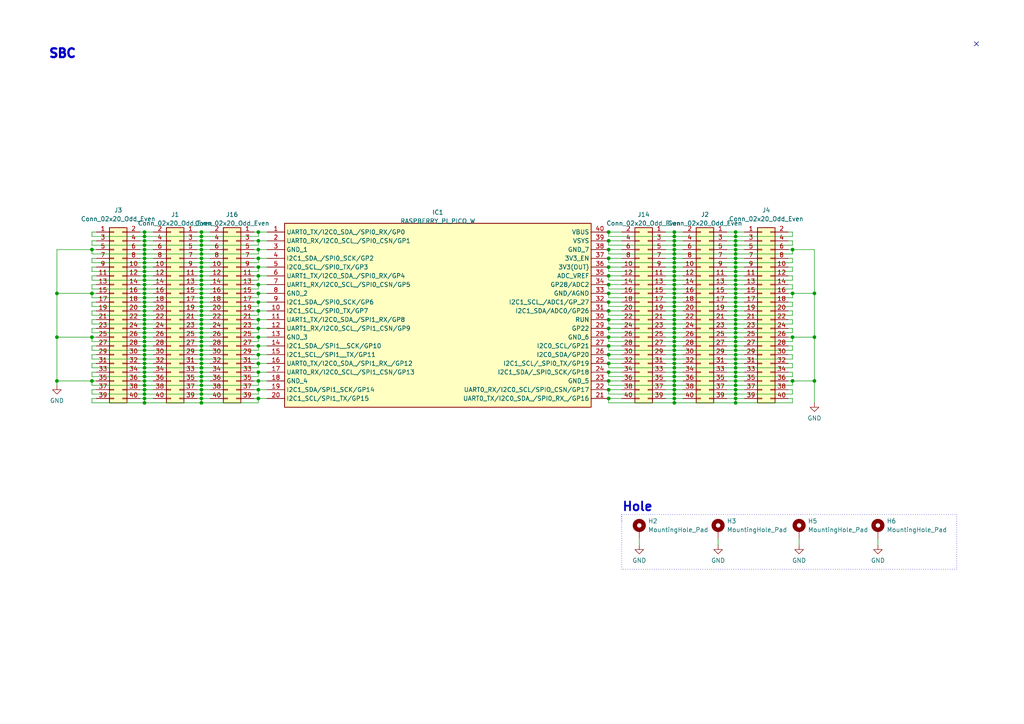
<source format=kicad_sch>
(kicad_sch (version 20231120) (generator "eeschema") (generator_version "8.0")
  (paper "A4")
  (title_block (title "PicoBreadBoad") (date "2024-01-04") (rev "0.1") (company "Microschool"))
  (lib_symbols
    (symbol "Connector_Generic:Conn_02x20_Odd_Even" (pin_names (offset 1.016) hide)
      (property "Reference" "J" (at 1.27 25.4 0))
      (property "Value" "Conn_02x20_Odd_Even" (at 1.27 -27.94 0))
      (symbol "Conn_02x20_Odd_Even_1_1"
        (pin passive line (at -5.08 22.86 0) (length 3.81) (name "Pin_1") (number "1"))
        (pin passive line (at 7.62 12.7 180) (length 3.81) (name "Pin_10") (number "10"))
        (pin passive line (at -5.08 10.16 0) (length 3.81) (name "Pin_11") (number "11"))
        (pin passive line (at 7.62 10.16 180) (length 3.81) (name "Pin_12") (number "12"))
        (pin passive line (at -5.08 7.62 0) (length 3.81) (name "Pin_13") (number "13"))
        (pin passive line (at 7.62 7.62 180) (length 3.81) (name "Pin_14") (number "14"))
        (pin passive line (at -5.08 5.08 0) (length 3.81) (name "Pin_15") (number "15"))
        (pin passive line (at 7.62 5.08 180) (length 3.81) (name "Pin_16") (number "16"))
        (pin passive line (at -5.08 2.54 0) (length 3.81) (name "Pin_17") (number "17"))
        (pin passive line (at 7.62 2.54 180) (length 3.81) (name "Pin_18") (number "18"))
        (pin passive line (at -5.08 0 0) (length 3.81) (name "Pin_19") (number "19"))
        (pin passive line (at 7.62 22.86 180) (length 3.81) (name "Pin_2") (number "2"))
        (pin passive line (at 7.62 0 180) (length 3.81) (name "Pin_20") (number "20"))
        (pin passive line (at -5.08 -2.54 0) (length 3.81) (name "Pin_21") (number "21"))
        (pin passive line (at 7.62 -2.54 180) (length 3.81) (name "Pin_22") (number "22"))
        (pin passive line (at -5.08 -5.08 0) (length 3.81) (name "Pin_23") (number "23"))
        (pin passive line (at 7.62 -5.08 180) (length 3.81) (name "Pin_24") (number "24"))
        (pin passive line (at -5.08 -7.62 0) (length 3.81) (name "Pin_25") (number "25"))
        (pin passive line (at 7.62 -7.62 180) (length 3.81) (name "Pin_26") (number "26"))
        (pin passive line (at -5.08 -10.16 0) (length 3.81) (name "Pin_27") (number "27"))
        (pin passive line (at 7.62 -10.16 180) (length 3.81) (name "Pin_28") (number "28"))
        (pin passive line (at -5.08 -12.7 0) (length 3.81) (name "Pin_29") (number "29"))
        (pin passive line (at -5.08 20.32 0) (length 3.81) (name "Pin_3") (number "3"))
        (pin passive line (at 7.62 -12.7 180) (length 3.81) (name "Pin_30") (number "30"))
        (pin passive line (at -5.08 -15.24 0) (length 3.81) (name "Pin_31") (number "31"))
        (pin passive line (at 7.62 -15.24 180) (length 3.81) (name "Pin_32") (number "32"))
        (pin passive line (at -5.08 -17.78 0) (length 3.81) (name "Pin_33") (number "33"))
        (pin passive line (at 7.62 -17.78 180) (length 3.81) (name "Pin_34") (number "34"))
        (pin passive line (at -5.08 -20.32 0) (length 3.81) (name "Pin_35") (number "35"))
        (pin passive line (at 7.62 -20.32 180) (length 3.81) (name "Pin_36") (number "36"))
        (pin passive line (at -5.08 -22.86 0) (length 3.81) (name "Pin_37") (number "37"))
        (pin passive line (at 7.62 -22.86 180) (length 3.81) (name "Pin_38") (number "38"))
        (pin passive line (at -5.08 -25.4 0) (length 3.81) (name "Pin_39") (number "39"))
        (pin passive line (at 7.62 20.32 180) (length 3.81) (name "Pin_4") (number "4"))
        (pin passive line (at 7.62 -25.4 180) (length 3.81) (name "Pin_40") (number "40"))
        (pin passive line (at -5.08 17.78 0) (length 3.81) (name "Pin_5") (number "5"))
        (pin passive line (at 7.62 17.78 180) (length 3.81) (name "Pin_6") (number "6"))
        (pin passive line (at -5.08 15.24 0) (length 3.81) (name "Pin_7") (number "7"))
        (pin passive line (at 7.62 15.24 180) (length 3.81) (name "Pin_8") (number "8"))
        (pin passive line (at -5.08 12.7 0) (length 3.81) (name "Pin_9") (number "9"))
      )
    )
    (symbol "Mechanical:MountingHole_Pad" (pin_numbers hide) (pin_names (offset 1.016) hide)
      (property "Reference" "H" (at 0 6.35 0))
      (property "Value" "MountingHole_Pad" (at 0 4.445 0))
      (symbol "MountingHole_Pad_1_1"
        (pin input line (at 0 -2.54 90) (length 2.54) (name "1") (number "1"))
      )
    )
    (symbol "RASPBERRY_PI_PICO_W:RASPBERRY_PI_PICO_W"
      (property "Reference" "IC" (at 95.25 7.62 0))
      (property "Value" "RASPBERRY_PI_PICO_W" (at 95.25 5.08 0))
      (symbol "RASPBERRY_PI_PICO_W_1_1"
        (pin passive line (at 0 0 0) (length 5.08) (name "UART0_TX/I2C0_SDA_/SPI0_RX/GP0") (number "1"))
        (pin passive line (at 0 -22.86 0) (length 5.08) (name "I2C1_SCL_/SPI0_TX/GP7") (number "10"))
        (pin passive line (at 0 -25.4 0) (length 5.08) (name "UART1_TX/I2C0_SDA_/SPI1_RX/GP8") (number "11"))
        (pin passive line (at 0 -27.94 0) (length 5.08) (name "UART1_RX/I2C0_SCL_/SPI1_CSN/GP9") (number "12"))
        (pin passive line (at 0 -30.48 0) (length 5.08) (name "GND_3") (number "13"))
        (pin passive line (at 0 -33.02 0) (length 5.08) (name "I2C1_SDA_/SPI1__SCK/GP10") (number "14"))
        (pin passive line (at 0 -35.56 0) (length 5.08) (name "I2C1_SCL_/SPI1__TX/GP11") (number "15"))
        (pin passive line (at 0 -38.1 0) (length 5.08) (name "UART0_TX/I2C0_SDA_/SPI1_RX_/GP12") (number "16"))
        (pin passive line (at 0 -40.64 0) (length 5.08) (name "UART0_RX/I2C0_SCL_/SPI1_CSN/GP13") (number "17"))
        (pin passive line (at 0 -43.18 0) (length 5.08) (name "GND_4") (number "18"))
        (pin passive line (at 0 -45.72 0) (length 5.08) (name "I2C1_SDA/SPI1_SCK/GP14") (number "19"))
        (pin passive line (at 0 -2.54 0) (length 5.08) (name "UART0_RX/I2C0_SCL_/SPI0_CSN/GP1") (number "2"))
        (pin passive line (at 0 -48.26 0) (length 5.08) (name "I2C1_SCL/SPI1_TX/GP15") (number "20"))
        (pin passive line (at 99.06 -48.26 180) (length 5.08) (name "UART0_TX/I2C0_SDA_/SPI0_RX_/GP16") (number "21"))
        (pin passive line (at 99.06 -45.72 180) (length 5.08) (name "UART0_RX/I2C0_SCL/SPIO_CSN/GP17") (number "22"))
        (pin passive line (at 99.06 -43.18 180) (length 5.08) (name "GND_5") (number "23"))
        (pin passive line (at 99.06 -40.64 180) (length 5.08) (name "I2C1_SDA/_SPI0_SCK/GP18") (number "24"))
        (pin passive line (at 99.06 -38.1 180) (length 5.08) (name "I2C1_SCL/_SPI0_TX/GP19") (number "25"))
        (pin passive line (at 99.06 -35.56 180) (length 5.08) (name "I2C0_SDA/GP20") (number "26"))
        (pin passive line (at 99.06 -33.02 180) (length 5.08) (name "I2C0_SCL/GP21") (number "27"))
        (pin passive line (at 99.06 -30.48 180) (length 5.08) (name "GND_6") (number "28"))
        (pin passive line (at 99.06 -27.94 180) (length 5.08) (name "GP22") (number "29"))
        (pin passive line (at 0 -5.08 0) (length 5.08) (name "GND_1") (number "3"))
        (pin passive line (at 99.06 -25.4 180) (length 5.08) (name "RUN") (number "30"))
        (pin passive line (at 99.06 -22.86 180) (length 5.08) (name "I2C1_SDA/ADC0/GP26") (number "31"))
        (pin passive line (at 99.06 -20.32 180) (length 5.08) (name "I2C1_SCL_/ADC1/GP_27") (number "32"))
        (pin passive line (at 99.06 -17.78 180) (length 5.08) (name "GND/AGND") (number "33"))
        (pin passive line (at 99.06 -15.24 180) (length 5.08) (name "GP28/ADC2") (number "34"))
        (pin passive line (at 99.06 -12.7 180) (length 5.08) (name "ADC_VREF") (number "35"))
        (pin passive line (at 99.06 -10.16 180) (length 5.08) (name "3V3(OUT)") (number "36"))
        (pin passive line (at 99.06 -7.62 180) (length 5.08) (name "3V3_EN") (number "37"))
        (pin passive line (at 99.06 -5.08 180) (length 5.08) (name "GND_7") (number "38"))
        (pin passive line (at 99.06 -2.54 180) (length 5.08) (name "VSYS") (number "39"))
        (pin passive line (at 0 -7.62 0) (length 5.08) (name "I2C1_SDA_/SPI0_SCK/GP2") (number "4"))
        (pin passive line (at 99.06 0 180) (length 5.08) (name "VBUS") (number "40"))
        (pin passive line (at 0 -10.16 0) (length 5.08) (name "I2C0_SCL_/SPI0_TX/GP3") (number "5"))
        (pin passive line (at 0 -12.7 0) (length 5.08) (name "UART1_TX/I2C0_SDA_/SPI0_RX/GP4") (number "6"))
        (pin passive line (at 0 -15.24 0) (length 5.08) (name "UART1_RX/I2C0_SCL_/SPI0_CSN/GP5") (number "7"))
        (pin passive line (at 0 -17.78 0) (length 5.08) (name "GND_2") (number "8"))
        (pin passive line (at 0 -20.32 0) (length 5.08) (name "I2C1_SDA_/SPI0_SCK/GP6") (number "9"))
      )
    )
    (symbol "power:GND" (power) (pin_names (offset 0))
      (property "Value" "GND" (at 0 -3.81 0))
      (symbol "GND_1_1"
        (pin power_in line (at 0 0 270) (length 0) hide (name "GND") (number "1"))
      )
    )
  )
  (junction (at 26.67 110.49))
  (junction (at 58.42 80.01))
  (junction (at 41.91 105.41))
  (junction (at 58.42 104.14))
  (junction (at 41.91 73.66))
  (junction (at 74.93 85.09))
  (junction (at 41.91 104.14))
  (junction (at 41.91 80.01))
  (junction (at 58.42 107.95))
  (junction (at 213.36 88.9))
  (junction (at 41.91 88.9))
  (junction (at 213.36 107.95))
  (junction (at 195.58 92.71))
  (junction (at 58.42 73.66))
  (junction (at 41.91 110.49))
  (junction (at 195.58 67.31))
  (junction (at 213.36 110.49))
  (junction (at 58.42 72.39))
  (junction (at 41.91 67.31))
  (junction (at 41.91 68.58))
  (junction (at 58.42 114.3))
  (junction (at 41.91 101.6))
  (junction (at 176.53 102.87))
  (junction (at 195.58 109.22))
  (junction (at 195.58 81.28))
  (junction (at 58.42 97.79))
  (junction (at 176.53 85.09))
  (junction (at 213.36 100.33))
  (junction (at 58.42 115.57))
  (junction (at 195.58 96.52))
  (junction (at 195.58 93.98))
  (junction (at 176.53 72.39))
  (junction (at 213.36 80.01))
  (junction (at 74.93 97.79))
  (junction (at 176.53 100.33))
  (junction (at 74.93 80.01))
  (junction (at 74.93 69.85))
  (junction (at 213.36 74.93))
  (junction (at 213.36 104.14))
  (junction (at 213.36 90.17))
  (junction (at 176.53 82.55))
  (junction (at 41.91 71.12))
  (junction (at 229.87 97.79))
  (junction (at 41.91 81.28))
  (junction (at 74.93 100.33))
  (junction (at 195.58 106.68))
  (junction (at 41.91 92.71))
  (junction (at 229.87 85.09))
  (junction (at 41.91 77.47))
  (junction (at 58.42 100.33))
  (junction (at 176.53 113.03))
  (junction (at 236.22 85.09))
  (junction (at 213.36 116.84))
  (junction (at 176.53 115.57))
  (junction (at 176.53 77.47))
  (junction (at 176.53 90.17))
  (junction (at 213.36 105.41))
  (junction (at 195.58 95.25))
  (junction (at 195.58 104.14))
  (junction (at 58.42 109.22))
  (junction (at 195.58 101.6))
  (junction (at 41.91 78.74))
  (junction (at 58.42 105.41))
  (junction (at 213.36 73.66))
  (junction (at 195.58 114.3))
  (junction (at 41.91 99.06))
  (junction (at 74.93 87.63))
  (junction (at 41.91 114.3))
  (junction (at 74.93 67.31))
  (junction (at 195.58 107.95))
  (junction (at 195.58 80.01))
  (junction (at 41.91 85.09))
  (junction (at 213.36 72.39))
  (junction (at 58.42 106.68))
  (junction (at 58.42 111.76))
  (junction (at 195.58 76.2))
  (junction (at 195.58 97.79))
  (junction (at 16.51 85.09))
  (junction (at 58.42 91.44))
  (junction (at 195.58 87.63))
  (junction (at 58.42 88.9))
  (junction (at 41.91 83.82))
  (junction (at 213.36 106.68))
  (junction (at 58.42 83.82))
  (junction (at 58.42 102.87))
  (junction (at 195.58 71.12))
  (junction (at 58.42 74.93))
  (junction (at 213.36 87.63))
  (junction (at 41.91 109.22))
  (junction (at 41.91 74.93))
  (junction (at 58.42 78.74))
  (junction (at 58.42 82.55))
  (junction (at 213.36 71.12))
  (junction (at 229.87 72.39))
  (junction (at 213.36 91.44))
  (junction (at 58.42 92.71))
  (junction (at 176.53 107.95))
  (junction (at 58.42 110.49))
  (junction (at 58.42 86.36))
  (junction (at 16.51 97.79))
  (junction (at 213.36 99.06))
  (junction (at 41.91 91.44))
  (junction (at 195.58 110.49))
  (junction (at 195.58 99.06))
  (junction (at 41.91 107.95))
  (junction (at 195.58 77.47))
  (junction (at 195.58 111.76))
  (junction (at 58.42 67.31))
  (junction (at 16.51 110.49))
  (junction (at 41.91 86.36))
  (junction (at 195.58 82.55))
  (junction (at 213.36 76.2))
  (junction (at 41.91 100.33))
  (junction (at 41.91 93.98))
  (junction (at 74.93 105.41))
  (junction (at 213.36 86.36))
  (junction (at 213.36 93.98))
  (junction (at 195.58 68.58))
  (junction (at 213.36 97.79))
  (junction (at 236.22 110.49))
  (junction (at 58.42 101.6))
  (junction (at 195.58 83.82))
  (junction (at 195.58 102.87))
  (junction (at 195.58 116.84))
  (junction (at 195.58 115.57))
  (junction (at 213.36 111.76))
  (junction (at 41.91 82.55))
  (junction (at 176.53 95.25))
  (junction (at 41.91 115.57))
  (junction (at 41.91 116.84))
  (junction (at 195.58 91.44))
  (junction (at 58.42 81.28))
  (junction (at 195.58 113.03))
  (junction (at 74.93 74.93))
  (junction (at 58.42 71.12))
  (junction (at 229.87 110.49))
  (junction (at 176.53 110.49))
  (junction (at 213.36 113.03))
  (junction (at 58.42 99.06))
  (junction (at 74.93 90.17))
  (junction (at 58.42 93.98))
  (junction (at 213.36 83.82))
  (junction (at 213.36 114.3))
  (junction (at 176.53 80.01))
  (junction (at 58.42 95.25))
  (junction (at 41.91 95.25))
  (junction (at 41.91 76.2))
  (junction (at 74.93 107.95))
  (junction (at 26.67 97.79))
  (junction (at 74.93 72.39))
  (junction (at 58.42 113.03))
  (junction (at 195.58 72.39))
  (junction (at 236.22 97.79))
  (junction (at 213.36 77.47))
  (junction (at 213.36 92.71))
  (junction (at 213.36 85.09))
  (junction (at 41.91 97.79))
  (junction (at 41.91 106.68))
  (junction (at 58.42 69.85))
  (junction (at 213.36 109.22))
  (junction (at 195.58 88.9))
  (junction (at 195.58 78.74))
  (junction (at 58.42 85.09))
  (junction (at 58.42 90.17))
  (junction (at 213.36 101.6))
  (junction (at 195.58 90.17))
  (junction (at 213.36 82.55))
  (junction (at 213.36 78.74))
  (junction (at 176.53 74.93))
  (junction (at 58.42 96.52))
  (junction (at 213.36 69.85))
  (junction (at 74.93 95.25))
  (junction (at 213.36 115.57))
  (junction (at 26.67 85.09))
  (junction (at 74.93 82.55))
  (junction (at 213.36 95.25))
  (junction (at 195.58 73.66))
  (junction (at 176.53 69.85))
  (junction (at 213.36 67.31))
  (junction (at 74.93 113.03))
  (junction (at 74.93 110.49))
  (junction (at 213.36 96.52))
  (junction (at 195.58 100.33))
  (junction (at 41.91 90.17))
  (junction (at 41.91 113.03))
  (junction (at 58.42 87.63))
  (junction (at 58.42 76.2))
  (junction (at 58.42 68.58))
  (junction (at 41.91 87.63))
  (junction (at 74.93 115.57))
  (junction (at 195.58 69.85))
  (junction (at 41.91 96.52))
  (junction (at 26.67 72.39))
  (junction (at 58.42 77.47))
  (junction (at 195.58 86.36))
  (junction (at 195.58 105.41))
  (junction (at 41.91 69.85))
  (junction (at 74.93 92.71))
  (junction (at 41.91 111.76))
  (junction (at 74.93 102.87))
  (junction (at 41.91 72.39))
  (junction (at 41.91 102.87))
  (junction (at 176.53 87.63))
  (junction (at 195.58 85.09))
  (junction (at 213.36 102.87))
  (junction (at 176.53 105.41))
  (junction (at 213.36 68.58))
  (junction (at 74.93 77.47))
  (junction (at 213.36 81.28))
  (junction (at 176.53 92.71))
  (junction (at 176.53 67.31))
  (junction (at 195.58 74.93))
  (junction (at 58.42 116.84))
  (junction (at 176.53 97.79))
  (no_connect (at 222.885 -7.62))
  (no_connect (at 283.21 12.7))
  (wire (pts (xy 213.36 78.74) (xy 229.87 78.74)))
  (wire (pts (xy 26.67 82.55) (xy 27.94 82.55)))
  (wire (pts (xy 195.58 87.63) (xy 198.12 87.63)))
  (wire (pts (xy 74.93 69.85) (xy 74.93 71.12)))
  (wire (pts (xy 213.36 74.93) (xy 215.9 74.93)))
  (wire (pts (xy 74.93 115.57) (xy 74.93 116.84)))
  (wire (pts (xy 26.67 113.03) (xy 27.94 113.03)))
  (wire (pts (xy 41.91 115.57) (xy 41.91 116.84)))
  (wire (pts (xy 236.22 72.39) (xy 236.22 85.09)))
  (wire (pts (xy 74.93 81.28) (xy 58.42 81.28)))
  (wire (pts (xy 74.93 92.71) (xy 74.93 93.98)))
  (wire (pts (xy 176.53 77.47) (xy 180.34 77.47)))
  (wire (pts (xy 58.42 82.55) (xy 58.42 83.82)))
  (polyline (pts (xy 180.34 165.1) (xy 180.34 149.225)) (stroke (width 0) (type dot)))
  (wire (pts (xy 195.58 88.9) (xy 213.36 88.9)))
  (wire (pts (xy 57.15 69.85) (xy 58.42 69.85)))
  (wire (pts (xy 236.22 97.79) (xy 236.22 110.49)))
  (wire (pts (xy 176.53 116.84) (xy 176.53 115.57)))
  (wire (pts (xy 213.36 102.87) (xy 215.9 102.87)))
  (wire (pts (xy 193.04 107.95) (xy 195.58 107.95)))
  (wire (pts (xy 41.91 105.41) (xy 44.45 105.41)))
  (wire (pts (xy 195.58 86.36) (xy 213.36 86.36)))
  (wire (pts (xy 213.36 82.55) (xy 213.36 83.82)))
  (wire (pts (xy 176.53 78.74) (xy 176.53 77.47)))
  (wire (pts (xy 41.91 110.49) (xy 41.91 111.76)))
  (wire (pts (xy 26.67 106.68) (xy 26.67 105.41)))
  (polyline (pts (xy 277.495 149.225) (xy 277.495 165.1)) (stroke (width 0) (type dot)))
  (wire (pts (xy 229.87 109.22) (xy 229.87 107.95)))
  (wire (pts (xy 193.04 113.03) (xy 195.58 113.03)))
  (wire (pts (xy 195.58 95.25) (xy 195.58 96.52)))
  (wire (pts (xy 74.93 102.87) (xy 74.93 104.14)))
  (wire (pts (xy 77.47 110.49) (xy 74.93 110.49)))
  (wire (pts (xy 195.58 72.39) (xy 195.58 73.66)))
  (wire (pts (xy 58.42 87.63) (xy 58.42 88.9)))
  (wire (pts (xy 41.91 113.03) (xy 44.45 113.03)))
  (wire (pts (xy 229.87 88.9) (xy 229.87 87.63)))
  (wire (pts (xy 73.66 102.87) (xy 74.93 102.87)))
  (wire (pts (xy 213.36 92.71) (xy 215.9 92.71)))
  (wire (pts (xy 195.58 97.79) (xy 198.12 97.79)))
  (wire (pts (xy 77.47 113.03) (xy 74.93 113.03)))
  (wire (pts (xy 41.91 91.44) (xy 26.67 91.44)))
  (wire (pts (xy 41.91 81.28) (xy 26.67 81.28)))
  (wire (pts (xy 213.36 73.66) (xy 229.87 73.66)))
  (wire (pts (xy 41.91 72.39) (xy 41.91 73.66)))
  (wire (pts (xy 210.82 105.41) (xy 213.36 105.41)))
  (wire (pts (xy 213.36 116.84) (xy 229.87 116.84)))
  (wire (pts (xy 213.36 106.68) (xy 229.87 106.68)))
  (wire (pts (xy 210.82 115.57) (xy 213.36 115.57)))
  (wire (pts (xy 58.42 92.71) (xy 60.96 92.71)))
  (wire (pts (xy 41.91 92.71) (xy 41.91 93.98)))
  (wire (pts (xy 228.6 74.93) (xy 229.87 74.93)))
  (wire (pts (xy 57.15 110.49) (xy 58.42 110.49)))
  (wire (pts (xy 213.36 77.47) (xy 215.9 77.47)))
  (wire (pts (xy 193.04 97.79) (xy 195.58 97.79)))
  (wire (pts (xy 193.04 90.17) (xy 195.58 90.17)))
  (wire (pts (xy 41.91 100.33) (xy 44.45 100.33)))
  (wire (pts (xy 208.28 156.21) (xy 208.28 158.115)))
  (wire (pts (xy 228.6 77.47) (xy 229.87 77.47)))
  (wire (pts (xy 77.47 100.33) (xy 74.93 100.33)))
  (wire (pts (xy 229.87 116.84) (xy 229.87 115.57)))
  (wire (pts (xy 40.64 77.47) (xy 41.91 77.47)))
  (wire (pts (xy 210.82 90.17) (xy 213.36 90.17)))
  (wire (pts (xy 73.66 100.33) (xy 74.93 100.33)))
  (wire (pts (xy 26.67 110.49) (xy 16.51 110.49)))
  (wire (pts (xy 26.67 104.14) (xy 26.67 102.87)))
  (wire (pts (xy 176.53 73.66) (xy 176.53 72.39)))
  (wire (pts (xy 195.58 90.17) (xy 198.12 90.17)))
  (wire (pts (xy 73.66 105.41) (xy 74.93 105.41)))
  (wire (pts (xy 213.36 82.55) (xy 215.9 82.55)))
  (wire (pts (xy 16.51 72.39) (xy 16.51 85.09)))
  (wire (pts (xy 73.66 92.71) (xy 74.93 92.71)))
  (wire (pts (xy 73.66 113.03) (xy 74.93 113.03)))
  (wire (pts (xy 26.67 85.09) (xy 16.51 85.09)))
  (wire (pts (xy 229.87 81.28) (xy 229.87 80.01)))
  (wire (pts (xy 26.67 77.47) (xy 27.94 77.47)))
  (wire (pts (xy 195.58 100.33) (xy 198.12 100.33)))
  (wire (pts (xy 40.64 87.63) (xy 41.91 87.63)))
  (wire (pts (xy 77.47 74.93) (xy 74.93 74.93)))
  (wire (pts (xy 58.42 113.03) (xy 60.96 113.03)))
  (wire (pts (xy 176.53 83.82) (xy 176.53 82.55)))
  (wire (pts (xy 176.53 100.33) (xy 180.34 100.33)))
  (wire (pts (xy 213.36 95.25) (xy 213.36 96.52)))
  (wire (pts (xy 195.58 99.06) (xy 213.36 99.06)))
  (wire (pts (xy 58.42 97.79) (xy 58.42 99.06)))
  (wire (pts (xy 195.58 72.39) (xy 198.12 72.39)))
  (wire (pts (xy 58.42 106.68) (xy 41.91 106.68)))
  (wire (pts (xy 40.64 80.01) (xy 41.91 80.01)))
  (wire (pts (xy 213.36 76.2) (xy 229.87 76.2)))
  (wire (pts (xy 213.36 67.31) (xy 215.9 67.31)))
  (wire (pts (xy 74.93 95.25) (xy 74.93 96.52)))
  (wire (pts (xy 195.58 92.71) (xy 198.12 92.71)))
  (wire (pts (xy 213.36 110.49) (xy 215.9 110.49)))
  (wire (pts (xy 213.36 105.41) (xy 215.9 105.41)))
  (wire (pts (xy 228.6 82.55) (xy 229.87 82.55)))
  (wire (pts (xy 176.53 109.22) (xy 195.58 109.22)))
  (wire (pts (xy 74.93 91.44) (xy 58.42 91.44)))
  (wire (pts (xy 193.04 102.87) (xy 195.58 102.87)))
  (wire (pts (xy 213.36 72.39) (xy 213.36 73.66)))
  (wire (pts (xy 213.36 80.01) (xy 215.9 80.01)))
  (wire (pts (xy 210.82 107.95) (xy 213.36 107.95)))
  (wire (pts (xy 41.91 102.87) (xy 44.45 102.87)))
  (wire (pts (xy 213.36 77.47) (xy 213.36 78.74)))
  (wire (pts (xy 229.87 76.2) (xy 229.87 74.93)))
  (wire (pts (xy 58.42 74.93) (xy 60.96 74.93)))
  (wire (pts (xy 74.93 93.98) (xy 58.42 93.98)))
  (wire (pts (xy 77.47 80.01) (xy 74.93 80.01)))
  (wire (pts (xy 176.53 114.3) (xy 195.58 114.3)))
  (wire (pts (xy 74.93 105.41) (xy 74.93 106.68)))
  (wire (pts (xy 229.87 78.74) (xy 229.87 77.47)))
  (wire (pts (xy 26.67 86.36) (xy 26.67 85.09)))
  (wire (pts (xy 74.93 82.55) (xy 74.93 83.82)))
  (wire (pts (xy 176.53 106.68) (xy 176.53 105.41)))
  (wire (pts (xy 74.93 77.47) (xy 74.93 78.74)))
  (wire (pts (xy 26.67 80.01) (xy 27.94 80.01)))
  (wire (pts (xy 213.36 87.63) (xy 215.9 87.63)))
  (wire (pts (xy 74.93 73.66) (xy 58.42 73.66)))
  (wire (pts (xy 77.47 102.87) (xy 74.93 102.87)))
  (wire (pts (xy 74.93 96.52) (xy 58.42 96.52)))
  (wire (pts (xy 57.15 72.39) (xy 58.42 72.39)))
  (wire (pts (xy 41.91 71.12) (xy 26.67 71.12)))
  (wire (pts (xy 58.42 71.12) (xy 41.91 71.12)))
  (wire (pts (xy 74.93 114.3) (xy 58.42 114.3)))
  (wire (pts (xy 77.47 85.09) (xy 74.93 85.09)))
  (wire (pts (xy 195.58 80.01) (xy 198.12 80.01)))
  (wire (pts (xy 40.64 85.09) (xy 41.91 85.09)))
  (wire (pts (xy 41.91 116.84) (xy 26.67 116.84)))
  (wire (pts (xy 229.87 104.14) (xy 229.87 102.87)))
  (wire (pts (xy 228.6 95.25) (xy 229.87 95.25)))
  (wire (pts (xy 74.93 87.63) (xy 74.93 88.9)))
  (wire (pts (xy 74.93 78.74) (xy 58.42 78.74)))
  (wire (pts (xy 26.67 105.41) (xy 27.94 105.41)))
  (wire (pts (xy 195.58 67.31) (xy 198.12 67.31)))
  (wire (pts (xy 195.58 102.87) (xy 195.58 104.14)))
  (wire (pts (xy 41.91 114.3) (xy 26.67 114.3)))
  (wire (pts (xy 58.42 91.44) (xy 41.91 91.44)))
  (wire (pts (xy 77.47 115.57) (xy 74.93 115.57)))
  (wire (pts (xy 229.87 85.09) (xy 236.22 85.09)))
  (wire (pts (xy 213.36 95.25) (xy 215.9 95.25)))
  (wire (pts (xy 58.42 107.95) (xy 60.96 107.95)))
  (wire (pts (xy 213.36 72.39) (xy 215.9 72.39)))
  (wire (pts (xy 213.36 97.79) (xy 215.9 97.79)))
  (wire (pts (xy 73.66 74.93) (xy 74.93 74.93)))
  (wire (pts (xy 176.53 106.68) (xy 195.58 106.68)))
  (wire (pts (xy 213.36 102.87) (xy 213.36 104.14)))
  (wire (pts (xy 195.58 69.85) (xy 198.12 69.85)))
  (wire (pts (xy 58.42 74.93) (xy 58.42 76.2)))
  (wire (pts (xy 210.82 87.63) (xy 213.36 87.63)))
  (wire (pts (xy 26.67 109.22) (xy 26.67 107.95)))
  (wire (pts (xy 229.87 68.58) (xy 229.87 67.31)))
  (wire (pts (xy 195.58 115.57) (xy 195.58 116.84)))
  (wire (pts (xy 195.58 105.41) (xy 198.12 105.41)))
  (wire (pts (xy 176.53 74.93) (xy 180.34 74.93)))
  (wire (pts (xy 74.93 76.2) (xy 58.42 76.2)))
  (wire (pts (xy 58.42 87.63) (xy 60.96 87.63)))
  (wire (pts (xy 195.58 114.3) (xy 213.36 114.3)))
  (wire (pts (xy 41.91 80.01) (xy 41.91 81.28)))
  (wire (pts (xy 231.775 156.21) (xy 231.775 158.115)))
  (wire (pts (xy 213.36 87.63) (xy 213.36 88.9)))
  (wire (pts (xy 40.64 100.33) (xy 41.91 100.33)))
  (wire (pts (xy 57.15 77.47) (xy 58.42 77.47)))
  (wire (pts (xy 228.6 113.03) (xy 229.87 113.03)))
  (wire (pts (xy 26.67 68.58) (xy 26.67 67.31)))
  (wire (pts (xy 210.82 77.47) (xy 213.36 77.47)))
  (wire (pts (xy 228.6 72.39) (xy 229.87 72.39)))
  (wire (pts (xy 26.67 78.74) (xy 26.67 77.47)))
  (wire (pts (xy 58.42 101.6) (xy 41.91 101.6)))
  (wire (pts (xy 74.93 100.33) (xy 74.93 101.6)))
  (wire (pts (xy 73.66 82.55) (xy 74.93 82.55)))
  (wire (pts (xy 57.15 95.25) (xy 58.42 95.25)))
  (wire (pts (xy 57.15 87.63) (xy 58.42 87.63)))
  (wire (pts (xy 213.36 85.09) (xy 215.9 85.09)))
  (wire (pts (xy 176.53 68.58) (xy 176.53 67.31)))
  (wire (pts (xy 77.47 97.79) (xy 74.93 97.79)))
  (wire (pts (xy 26.67 85.09) (xy 27.94 85.09)))
  (wire (pts (xy 26.67 91.44) (xy 26.67 90.17)))
  (wire (pts (xy 40.64 72.39) (xy 41.91 72.39)))
  (wire (pts (xy 40.64 67.31) (xy 41.91 67.31)))
  (wire (pts (xy 213.36 91.44) (xy 229.87 91.44)))
  (wire (pts (xy 77.47 92.71) (xy 74.93 92.71)))
  (wire (pts (xy 228.6 67.31) (xy 229.87 67.31)))
  (wire (pts (xy 77.47 77.47) (xy 74.93 77.47)))
  (wire (pts (xy 210.82 74.93) (xy 213.36 74.93)))
  (wire (pts (xy 195.58 96.52) (xy 213.36 96.52)))
  (wire (pts (xy 228.6 97.79) (xy 229.87 97.79)))
  (wire (pts (xy 57.15 107.95) (xy 58.42 107.95)))
  (wire (pts (xy 26.67 73.66) (xy 26.67 72.39)))
  (wire (pts (xy 193.04 100.33) (xy 195.58 100.33)))
  (wire (pts (xy 58.42 68.58) (xy 41.91 68.58)))
  (wire (pts (xy 229.87 71.12) (xy 229.87 69.85)))
  (wire (pts (xy 57.15 92.71) (xy 58.42 92.71)))
  (wire (pts (xy 16.51 85.09) (xy 16.51 97.79)))
  (wire (pts (xy 176.53 88.9) (xy 195.58 88.9)))
  (wire (pts (xy 195.58 85.09) (xy 195.58 86.36)))
  (wire (pts (xy 16.51 110.49) (xy 16.51 111.76)))
  (wire (pts (xy 40.64 110.49) (xy 41.91 110.49)))
  (wire (pts (xy 73.66 80.01) (xy 74.93 80.01)))
  (wire (pts (xy 57.15 67.31) (xy 58.42 67.31)))
  (wire (pts (xy 176.53 76.2) (xy 195.58 76.2)))
  (wire (pts (xy 229.87 86.36) (xy 229.87 85.09)))
  (wire (pts (xy 40.64 105.41) (xy 41.91 105.41)))
  (wire (pts (xy 176.53 92.71) (xy 180.34 92.71)))
  (wire (pts (xy 195.58 68.58) (xy 213.36 68.58)))
  (wire (pts (xy 229.87 72.39) (xy 236.22 72.39)))
  (wire (pts (xy 77.47 105.41) (xy 74.93 105.41)))
  (wire (pts (xy 229.87 101.6) (xy 229.87 100.33)))
  (wire (pts (xy 41.91 99.06) (xy 26.67 99.06)))
  (wire (pts (xy 193.04 74.93) (xy 195.58 74.93)))
  (wire (pts (xy 195.58 82.55) (xy 195.58 83.82)))
  (wire (pts (xy 41.91 83.82) (xy 26.67 83.82)))
  (wire (pts (xy 195.58 69.85) (xy 195.58 71.12)))
  (wire (pts (xy 195.58 100.33) (xy 195.58 101.6)))
  (wire (pts (xy 74.93 86.36) (xy 58.42 86.36)))
  (wire (pts (xy 229.87 99.06) (xy 229.87 97.79)))
  (wire (pts (xy 41.91 88.9) (xy 26.67 88.9)))
  (wire (pts (xy 176.53 111.76) (xy 195.58 111.76)))
  (wire (pts (xy 195.58 107.95) (xy 198.12 107.95)))
  (wire (pts (xy 210.82 110.49) (xy 213.36 110.49)))
  (wire (pts (xy 213.36 109.22) (xy 229.87 109.22)))
  (wire (pts (xy 213.36 115.57) (xy 213.36 116.84)))
  (wire (pts (xy 58.42 93.98) (xy 41.91 93.98)))
  (wire (pts (xy 41.91 67.31) (xy 44.45 67.31)))
  (wire (pts (xy 213.36 110.49) (xy 213.36 111.76)))
  (wire (pts (xy 41.91 74.93) (xy 44.45 74.93)))
  (wire (pts (xy 176.53 99.06) (xy 195.58 99.06)))
  (wire (pts (xy 195.58 110.49) (xy 198.12 110.49)))
  (wire (pts (xy 26.67 69.85) (xy 27.94 69.85)))
  (wire (pts (xy 176.53 71.12) (xy 195.58 71.12)))
  (wire (pts (xy 26.67 87.63) (xy 27.94 87.63)))
  (wire (pts (xy 41.91 95.25) (xy 44.45 95.25)))
  (wire (pts (xy 176.53 115.57) (xy 180.34 115.57)))
  (wire (pts (xy 195.58 93.98) (xy 213.36 93.98)))
  (wire (pts (xy 213.36 96.52) (xy 229.87 96.52)))
  (wire (pts (xy 73.66 85.09) (xy 74.93 85.09)))
  (wire (pts (xy 195.58 95.25) (xy 198.12 95.25)))
  (wire (pts (xy 58.42 88.9) (xy 41.91 88.9)))
  (wire (pts (xy 58.42 80.01) (xy 60.96 80.01)))
  (wire (pts (xy 73.66 115.57) (xy 74.93 115.57)))
  (wire (pts (xy 195.58 111.76) (xy 213.36 111.76)))
  (wire (pts (xy 73.66 110.49) (xy 74.93 110.49)))
  (wire (pts (xy 77.47 69.85) (xy 74.93 69.85)))
  (wire (pts (xy 57.15 80.01) (xy 58.42 80.01)))
  (wire (pts (xy 41.91 68.58) (xy 26.67 68.58)))
  (wire (pts (xy 41.91 76.2) (xy 26.67 76.2)))
  (wire (pts (xy 229.87 83.82) (xy 229.87 82.55)))
  (wire (pts (xy 229.87 111.76) (xy 229.87 110.49)))
  (wire (pts (xy 58.42 100.33) (xy 60.96 100.33)))
  (wire (pts (xy 228.6 85.09) (xy 229.87 85.09)))
  (wire (pts (xy 26.67 100.33) (xy 27.94 100.33)))
  (wire (pts (xy 58.42 107.95) (xy 58.42 109.22)))
  (wire (pts (xy 193.04 77.47) (xy 195.58 77.47)))
  (wire (pts (xy 176.53 111.76) (xy 176.53 110.49)))
  (wire (pts (xy 26.67 115.57) (xy 27.94 115.57)))
  (wire (pts (xy 58.42 69.85) (xy 60.96 69.85)))
  (wire (pts (xy 195.58 102.87) (xy 198.12 102.87)))
  (wire (pts (xy 26.67 67.31) (xy 27.94 67.31)))
  (wire (pts (xy 176.53 67.31) (xy 180.34 67.31)))
  (wire (pts (xy 195.58 107.95) (xy 195.58 109.22)))
  (wire (pts (xy 236.22 85.09) (xy 236.22 97.79)))
  (wire (pts (xy 176.53 101.6) (xy 195.58 101.6)))
  (wire (pts (xy 57.15 85.09) (xy 58.42 85.09)))
  (wire (pts (xy 74.93 83.82) (xy 58.42 83.82)))
  (wire (pts (xy 58.42 102.87) (xy 58.42 104.14)))
  (wire (pts (xy 58.42 116.84) (xy 41.91 116.84)))
  (wire (pts (xy 228.6 87.63) (xy 229.87 87.63)))
  (wire (pts (xy 195.58 92.71) (xy 195.58 93.98)))
  (wire (pts (xy 74.93 90.17) (xy 74.93 91.44)))
  (wire (pts (xy 73.66 107.95) (xy 74.93 107.95)))
  (wire (pts (xy 229.87 91.44) (xy 229.87 90.17)))
  (wire (pts (xy 74.93 101.6) (xy 58.42 101.6)))
  (wire (pts (xy 176.53 91.44) (xy 176.53 90.17)))
  (wire (pts (xy 195.58 76.2) (xy 213.36 76.2)))
  (wire (pts (xy 26.67 88.9) (xy 26.67 87.63)))
  (wire (pts (xy 40.64 69.85) (xy 41.91 69.85)))
  (wire (pts (xy 228.6 92.71) (xy 229.87 92.71)))
  (wire (pts (xy 195.58 85.09) (xy 198.12 85.09)))
  (wire (pts (xy 193.04 85.09) (xy 195.58 85.09)))
  (wire (pts (xy 77.47 72.39) (xy 74.93 72.39)))
  (wire (pts (xy 195.58 77.47) (xy 195.58 78.74)))
  (wire (pts (xy 213.36 74.93) (xy 213.36 76.2)))
  (wire (pts (xy 73.66 90.17) (xy 74.93 90.17)))
  (wire (pts (xy 210.82 69.85) (xy 213.36 69.85)))
  (wire (pts (xy 41.91 104.14) (xy 26.67 104.14)))
  (wire (pts (xy 58.42 77.47) (xy 60.96 77.47)))
  (wire (pts (xy 41.91 113.03) (xy 41.91 114.3)))
  (wire (pts (xy 16.51 97.79) (xy 16.51 110.49)))
  (wire (pts (xy 58.42 73.66) (xy 41.91 73.66)))
  (wire (pts (xy 210.82 97.79) (xy 213.36 97.79)))
  (wire (pts (xy 229.87 73.66) (xy 229.87 72.39)))
  (wire (pts (xy 213.36 104.14) (xy 229.87 104.14)))
  (wire (pts (xy 58.42 67.31) (xy 60.96 67.31)))
  (wire (pts (xy 57.15 82.55) (xy 58.42 82.55)))
  (wire (pts (xy 41.91 95.25) (xy 41.91 96.52)))
  (wire (pts (xy 41.91 93.98) (xy 26.67 93.98)))
  (wire (pts (xy 213.36 105.41) (xy 213.36 106.68)))
  (wire (pts (xy 228.6 69.85) (xy 229.87 69.85)))
  (wire (pts (xy 213.36 83.82) (xy 229.87 83.82)))
  (wire (pts (xy 176.53 73.66) (xy 195.58 73.66)))
  (wire (pts (xy 26.67 114.3) (xy 26.67 113.03)))
  (wire (pts (xy 74.93 113.03) (xy 74.93 114.3)))
  (wire (pts (xy 213.36 88.9) (xy 229.87 88.9)))
  (wire (pts (xy 195.58 91.44) (xy 213.36 91.44)))
  (wire (pts (xy 74.93 85.09) (xy 74.93 86.36)))
  (wire (pts (xy 213.36 115.57) (xy 215.9 115.57)))
  (polyline (pts (xy 180.34 149.225) (xy 277.495 149.225)) (stroke (width 0) (type dot)))
  (wire (pts (xy 41.91 67.31) (xy 41.91 68.58)))
  (wire (pts (xy 195.58 73.66) (xy 213.36 73.66)))
  (wire (pts (xy 74.93 109.22) (xy 58.42 109.22)))
  (wire (pts (xy 41.91 109.22) (xy 26.67 109.22)))
  (wire (pts (xy 77.47 87.63) (xy 74.93 87.63)))
  (wire (pts (xy 58.42 67.31) (xy 58.42 68.58)))
  (wire (pts (xy 26.67 76.2) (xy 26.67 74.93)))
  (wire (pts (xy 185.42 156.21) (xy 185.42 158.115)))
  (wire (pts (xy 41.91 82.55) (xy 44.45 82.55)))
  (wire (pts (xy 41.91 72.39) (xy 44.45 72.39)))
  (wire (pts (xy 57.15 102.87) (xy 58.42 102.87)))
  (wire (pts (xy 176.53 116.84) (xy 195.58 116.84)))
  (wire (pts (xy 74.93 111.76) (xy 58.42 111.76)))
  (wire (pts (xy 176.53 88.9) (xy 176.53 87.63)))
  (wire (pts (xy 41.91 107.95) (xy 41.91 109.22)))
  (polyline (pts (xy 180.34 149.225) (xy 180.34 151.765)) (stroke (width 0) (type dot)))
  (wire (pts (xy 195.58 109.22) (xy 213.36 109.22)))
  (wire (pts (xy 57.15 113.03) (xy 58.42 113.03)))
  (wire (pts (xy 58.42 80.01) (xy 58.42 81.28)))
  (wire (pts (xy 195.58 105.41) (xy 195.58 106.68)))
  (wire (pts (xy 74.93 74.93) (xy 74.93 76.2)))
  (wire (pts (xy 58.42 95.25) (xy 60.96 95.25)))
  (wire (pts (xy 58.42 113.03) (xy 58.42 114.3)))
  (wire (pts (xy 213.36 68.58) (xy 229.87 68.58)))
  (wire (pts (xy 195.58 87.63) (xy 195.58 88.9)))
  (wire (pts (xy 41.91 87.63) (xy 44.45 87.63)))
  (wire (pts (xy 41.91 90.17) (xy 41.91 91.44)))
  (wire (pts (xy 213.36 97.79) (xy 213.36 99.06)))
  (wire (pts (xy 210.82 113.03) (xy 213.36 113.03)))
  (wire (pts (xy 254.635 156.21) (xy 254.635 158.115)))
  (wire (pts (xy 26.67 99.06) (xy 26.67 97.79)))
  (wire (pts (xy 229.87 96.52) (xy 229.87 95.25)))
  (wire (pts (xy 73.66 72.39) (xy 74.93 72.39)))
  (wire (pts (xy 41.91 87.63) (xy 41.91 88.9)))
  (wire (pts (xy 58.42 100.33) (xy 58.42 101.6)))
  (wire (pts (xy 41.91 85.09) (xy 44.45 85.09)))
  (wire (pts (xy 40.64 82.55) (xy 41.91 82.55)))
  (wire (pts (xy 193.04 80.01) (xy 195.58 80.01)))
  (wire (pts (xy 176.53 86.36) (xy 195.58 86.36)))
  (wire (pts (xy 195.58 116.84) (xy 213.36 116.84)))
  (wire (pts (xy 40.64 90.17) (xy 41.91 90.17)))
  (wire (pts (xy 41.91 111.76) (xy 26.67 111.76)))
  (wire (pts (xy 74.93 110.49) (xy 74.93 111.76)))
  (wire (pts (xy 26.67 111.76) (xy 26.67 110.49)))
  (wire (pts (xy 40.64 102.87) (xy 41.91 102.87)))
  (wire (pts (xy 210.82 85.09) (xy 213.36 85.09)))
  (wire (pts (xy 213.36 90.17) (xy 213.36 91.44)))
  (wire (pts (xy 176.53 71.12) (xy 176.53 69.85)))
  (wire (pts (xy 195.58 90.17) (xy 195.58 91.44)))
  (wire (pts (xy 74.93 106.68) (xy 58.42 106.68)))
  (wire (pts (xy 41.91 100.33) (xy 41.91 101.6)))
  (wire (pts (xy 213.36 101.6) (xy 229.87 101.6)))
  (wire (pts (xy 58.42 85.09) (xy 60.96 85.09)))
  (wire (pts (xy 195.58 97.79) (xy 195.58 99.06)))
  (wire (pts (xy 57.15 90.17) (xy 58.42 90.17)))
  (wire (pts (xy 228.6 100.33) (xy 229.87 100.33)))
  (wire (pts (xy 176.53 95.25) (xy 180.34 95.25)))
  (wire (pts (xy 195.58 113.03) (xy 198.12 113.03)))
  (wire (pts (xy 210.82 72.39) (xy 213.36 72.39)))
  (wire (pts (xy 41.91 73.66) (xy 26.67 73.66)))
  (wire (pts (xy 193.04 69.85) (xy 195.58 69.85)))
  (wire (pts (xy 41.91 86.36) (xy 26.67 86.36)))
  (wire (pts (xy 176.53 81.28) (xy 195.58 81.28)))
  (wire (pts (xy 58.42 110.49) (xy 60.96 110.49)))
  (wire (pts (xy 41.91 105.41) (xy 41.91 106.68)))
  (wire (pts (xy 41.91 74.93) (xy 41.91 76.2)))
  (wire (pts (xy 195.58 74.93) (xy 195.58 76.2)))
  (wire (pts (xy 193.04 87.63) (xy 195.58 87.63)))
  (wire (pts (xy 176.53 82.55) (xy 180.34 82.55)))
  (wire (pts (xy 41.91 82.55) (xy 41.91 83.82)))
  (wire (pts (xy 213.36 107.95) (xy 213.36 109.22)))
  (wire (pts (xy 213.36 90.17) (xy 215.9 90.17)))
  (wire (pts (xy 40.64 74.93) (xy 41.91 74.93)))
  (wire (pts (xy 176.53 93.98) (xy 195.58 93.98)))
  (wire (pts (xy 176.53 110.49) (xy 180.34 110.49)))
  (wire (pts (xy 26.67 74.93) (xy 27.94 74.93)))
  (wire (pts (xy 210.82 82.55) (xy 213.36 82.55)))
  (wire (pts (xy 229.87 93.98) (xy 229.87 92.71)))
  (wire (pts (xy 195.58 83.82) (xy 213.36 83.82)))
  (wire (pts (xy 26.67 72.39) (xy 16.51 72.39)))
  (wire (pts (xy 213.36 114.3) (xy 229.87 114.3)))
  (wire (pts (xy 58.42 109.22) (xy 41.91 109.22)))
  (wire (pts (xy 74.93 80.01) (xy 74.93 81.28)))
  (wire (pts (xy 26.67 81.28) (xy 26.67 80.01)))
  (wire (pts (xy 41.91 96.52) (xy 26.67 96.52)))
  (wire (pts (xy 229.87 97.79) (xy 236.22 97.79)))
  (wire (pts (xy 176.53 81.28) (xy 176.53 80.01)))
  (wire (pts (xy 41.91 97.79) (xy 41.91 99.06)))
  (wire (pts (xy 26.67 107.95) (xy 27.94 107.95)))
  (wire (pts (xy 41.91 69.85) (xy 44.45 69.85)))
  (wire (pts (xy 73.66 77.47) (xy 74.93 77.47)))
  (wire (pts (xy 213.36 71.12) (xy 229.87 71.12)))
  (wire (pts (xy 193.04 92.71) (xy 195.58 92.71)))
  (wire (pts (xy 74.93 116.84) (xy 58.42 116.84)))
  (wire (pts (xy 176.53 99.06) (xy 176.53 97.79)))
  (wire (pts (xy 195.58 101.6) (xy 213.36 101.6)))
  (wire (pts (xy 210.82 80.01) (xy 213.36 80.01)))
  (wire (pts (xy 26.67 93.98) (xy 26.67 92.71)))
  (wire (pts (xy 58.42 115.57) (xy 60.96 115.57)))
  (wire (pts (xy 41.91 77.47) (xy 41.91 78.74)))
  (wire (pts (xy 58.42 77.47) (xy 58.42 78.74)))
  (wire (pts (xy 74.93 68.58) (xy 58.42 68.58)))
  (wire (pts (xy 176.53 90.17) (xy 180.34 90.17)))
  (wire (pts (xy 210.82 102.87) (xy 213.36 102.87)))
  (wire (pts (xy 58.42 105.41) (xy 60.96 105.41)))
  (wire (pts (xy 41.91 80.01) (xy 44.45 80.01)))
  (wire (pts (xy 58.42 95.25) (xy 58.42 96.52)))
  (wire (pts (xy 41.91 69.85) (xy 41.91 71.12)))
  (wire (pts (xy 57.15 74.93) (xy 58.42 74.93)))
  (wire (pts (xy 193.04 115.57) (xy 195.58 115.57)))
  (wire (pts (xy 58.42 72.39) (xy 58.42 73.66)))
  (wire (pts (xy 228.6 115.57) (xy 229.87 115.57)))
  (polyline (pts (xy 277.495 165.1) (xy 180.34 165.1)) (stroke (width 0) (type dot)))
  (wire (pts (xy 195.58 80.01) (xy 195.58 81.28)))
  (wire (pts (xy 210.82 67.31) (xy 213.36 67.31)))
  (wire (pts (xy 58.42 97.79) (xy 60.96 97.79)))
  (wire (pts (xy 228.6 110.49) (xy 229.87 110.49)))
  (wire (pts (xy 213.36 69.85) (xy 213.36 71.12)))
  (wire (pts (xy 41.91 78.74) (xy 26.67 78.74)))
  (wire (pts (xy 73.66 95.25) (xy 74.93 95.25)))
  (wire (pts (xy 40.64 92.71) (xy 41.91 92.71)))
  (wire (pts (xy 213.36 100.33) (xy 215.9 100.33)))
  (wire (pts (xy 58.42 86.36) (xy 41.91 86.36)))
  (wire (pts (xy 26.67 102.87) (xy 27.94 102.87)))
  (wire (pts (xy 176.53 69.85) (xy 180.34 69.85)))
  (wire (pts (xy 74.93 97.79) (xy 74.93 99.06)))
  (wire (pts (xy 40.64 107.95) (xy 41.91 107.95)))
  (wire (pts (xy 176.53 104.14) (xy 176.53 102.87)))
  (wire (pts (xy 40.64 115.57) (xy 41.91 115.57)))
  (wire (pts (xy 213.36 80.01) (xy 213.36 81.28)))
  (wire (pts (xy 176.53 87.63) (xy 180.34 87.63)))
  (wire (pts (xy 210.82 95.25) (xy 213.36 95.25)))
  (wire (pts (xy 176.53 72.39) (xy 180.34 72.39)))
  (wire (pts (xy 229.87 114.3) (xy 229.87 113.03)))
  (wire (pts (xy 58.42 104.14) (xy 41.91 104.14)))
  (wire (pts (xy 176.53 104.14) (xy 195.58 104.14)))
  (wire (pts (xy 195.58 74.93) (xy 198.12 74.93)))
  (wire (pts (xy 74.93 107.95) (xy 74.93 109.22)))
  (wire (pts (xy 176.53 113.03) (xy 180.34 113.03)))
  (wire (pts (xy 41.91 90.17) (xy 44.45 90.17)))
  (wire (pts (xy 58.42 90.17) (xy 58.42 91.44)))
  (wire (pts (xy 58.42 115.57) (xy 58.42 116.84)))
  (wire (pts (xy 57.15 105.41) (xy 58.42 105.41)))
  (wire (pts (xy 213.36 67.31) (xy 213.36 68.58)))
  (wire (pts (xy 213.36 86.36) (xy 229.87 86.36)))
  (wire (pts (xy 26.67 83.82) (xy 26.67 82.55)))
  (wire (pts (xy 40.64 95.25) (xy 41.91 95.25)))
  (wire (pts (xy 26.67 110.49) (xy 27.94 110.49)))
  (wire (pts (xy 195.58 78.74) (xy 213.36 78.74)))
  (wire (pts (xy 41.91 106.68) (xy 26.67 106.68)))
  (wire (pts (xy 193.04 105.41) (xy 195.58 105.41)))
  (wire (pts (xy 41.91 102.87) (xy 41.91 104.14)))
  (wire (pts (xy 73.66 69.85) (xy 74.93 69.85)))
  (wire (pts (xy 193.04 67.31) (xy 195.58 67.31)))
  (wire (pts (xy 195.58 115.57) (xy 198.12 115.57)))
  (wire (pts (xy 58.42 102.87) (xy 60.96 102.87)))
  (wire (pts (xy 26.67 92.71) (xy 27.94 92.71)))
  (wire (pts (xy 213.36 113.03) (xy 213.36 114.3)))
  (wire (pts (xy 193.04 82.55) (xy 195.58 82.55)))
  (wire (pts (xy 176.53 96.52) (xy 176.53 95.25)))
  (wire (pts (xy 176.53 91.44) (xy 195.58 91.44)))
  (wire (pts (xy 176.53 80.01) (xy 180.34 80.01)))
  (wire (pts (xy 213.36 93.98) (xy 229.87 93.98)))
  (wire (pts (xy 77.47 82.55) (xy 74.93 82.55)))
  (wire (pts (xy 73.66 67.31) (xy 74.93 67.31)))
  (wire (pts (xy 58.42 111.76) (xy 41.91 111.76)))
  (wire (pts (xy 213.36 111.76) (xy 229.87 111.76)))
  (wire (pts (xy 58.42 72.39) (xy 60.96 72.39)))
  (wire (pts (xy 176.53 83.82) (xy 195.58 83.82)))
  (wire (pts (xy 74.93 88.9) (xy 58.42 88.9)))
  (wire (pts (xy 26.67 90.17) (xy 27.94 90.17)))
  (wire (pts (xy 41.91 77.47) (xy 44.45 77.47)))
  (wire (pts (xy 26.67 95.25) (xy 27.94 95.25)))
  (wire (pts (xy 73.66 97.79) (xy 74.93 97.79)))
  (wire (pts (xy 229.87 110.49) (xy 236.22 110.49)))
  (wire (pts (xy 210.82 100.33) (xy 213.36 100.33)))
  (wire (pts (xy 41.91 92.71) (xy 44.45 92.71)))
  (wire (pts (xy 74.93 99.06) (xy 58.42 99.06)))
  (wire (pts (xy 195.58 82.55) (xy 198.12 82.55)))
  (wire (pts (xy 213.36 69.85) (xy 215.9 69.85)))
  (wire (pts (xy 58.42 92.71) (xy 58.42 93.98)))
  (wire (pts (xy 176.53 109.22) (xy 176.53 107.95)))
  (wire (pts (xy 195.58 104.14) (xy 213.36 104.14)))
  (wire (pts (xy 58.42 99.06) (xy 41.91 99.06)))
  (wire (pts (xy 195.58 113.03) (xy 195.58 114.3)))
  (wire (pts (xy 41.91 107.95) (xy 44.45 107.95)))
  (wire (pts (xy 73.66 87.63) (xy 74.93 87.63)))
  (wire (pts (xy 41.91 101.6) (xy 26.67 101.6)))
  (wire (pts (xy 193.04 95.25) (xy 195.58 95.25)))
  (wire (pts (xy 58.42 78.74) (xy 41.91 78.74)))
  (wire (pts (xy 26.67 101.6) (xy 26.67 100.33)))
  (wire (pts (xy 176.53 78.74) (xy 195.58 78.74)))
  (wire (pts (xy 41.91 97.79) (xy 44.45 97.79)))
  (wire (pts (xy 40.64 97.79) (xy 41.91 97.79)))
  (wire (pts (xy 57.15 115.57) (xy 58.42 115.57)))
  (wire (pts (xy 41.91 110.49) (xy 44.45 110.49)))
  (wire (pts (xy 77.47 67.31) (xy 74.93 67.31)))
  (wire (pts (xy 213.36 107.95) (xy 215.9 107.95)))
  (wire (pts (xy 57.15 100.33) (xy 58.42 100.33)))
  (wire (pts (xy 195.58 71.12) (xy 213.36 71.12)))
  (wire (pts (xy 228.6 107.95) (xy 229.87 107.95)))
  (wire (pts (xy 57.15 97.79) (xy 58.42 97.79)))
  (wire (pts (xy 210.82 92.71) (xy 213.36 92.71)))
  (wire (pts (xy 58.42 114.3) (xy 41.91 114.3)))
  (wire (pts (xy 26.67 116.84) (xy 26.67 115.57)))
  (wire (pts (xy 58.42 105.41) (xy 58.42 106.68)))
  (wire (pts (xy 195.58 106.68) (xy 213.36 106.68)))
  (wire (pts (xy 26.67 97.79) (xy 16.51 97.79)))
  (wire (pts (xy 58.42 96.52) (xy 41.91 96.52)))
  (wire (pts (xy 176.53 102.87) (xy 180.34 102.87)))
  (wire (pts (xy 176.53 105.41) (xy 180.34 105.41)))
  (wire (pts (xy 229.87 106.68) (xy 229.87 105.41)))
  (wire (pts (xy 228.6 102.87) (xy 229.87 102.87)))
  (wire (pts (xy 176.53 97.79) (xy 180.34 97.79)))
  (wire (pts (xy 58.42 85.09) (xy 58.42 86.36)))
  (wire (pts (xy 58.42 76.2) (xy 41.91 76.2)))
  (wire (pts (xy 193.04 110.49) (xy 195.58 110.49)))
  (wire (pts (xy 228.6 90.17) (xy 229.87 90.17)))
  (wire (pts (xy 213.36 85.09) (xy 213.36 86.36)))
  (wire (pts (xy 193.04 72.39) (xy 195.58 72.39)))
  (wire (pts (xy 58.42 69.85) (xy 58.42 71.12)))
  (wire (pts (xy 213.36 100.33) (xy 213.36 101.6)))
  (wire (pts (xy 195.58 77.47) (xy 198.12 77.47)))
  (wire (pts (xy 176.53 86.36) (xy 176.53 85.09)))
  (wire (pts (xy 77.47 107.95) (xy 74.93 107.95)))
  (wire (pts (xy 58.42 83.82) (xy 41.91 83.82)))
  (wire (pts (xy 213.36 99.06) (xy 229.87 99.06)))
  (wire (pts (xy 58.42 110.49) (xy 58.42 111.76)))
  (wire (pts (xy 195.58 81.28) (xy 213.36 81.28)))
  (wire (pts (xy 176.53 107.95) (xy 180.34 107.95)))
  (wire (pts (xy 176.53 93.98) (xy 176.53 92.71)))
  (wire (pts (xy 176.53 96.52) (xy 195.58 96.52)))
  (wire (pts (xy 41.91 115.57) (xy 44.45 115.57)))
  (wire (pts (xy 176.53 68.58) (xy 195.58 68.58)))
  (wire (pts (xy 26.67 96.52) (xy 26.67 95.25)))
  (wire (pts (xy 74.93 104.14) (xy 58.42 104.14)))
  (wire (pts (xy 40.64 113.03) (xy 41.91 113.03)))
  (wire (pts (xy 26.67 71.12) (xy 26.67 69.85)))
  (wire (pts (xy 236.22 110.49) (xy 236.22 116.84)))
  (wire (pts (xy 176.53 114.3) (xy 176.53 113.03)))
  (wire (pts (xy 58.42 82.55) (xy 60.96 82.55)))
  (wire (pts (xy 213.36 81.28) (xy 229.87 81.28)))
  (wire (pts (xy 176.53 101.6) (xy 176.53 100.33)))
  (wire (pts (xy 213.36 113.03) (xy 215.9 113.03)))
  (wire (pts (xy 228.6 80.01) (xy 229.87 80.01)))
  (wire (pts (xy 195.58 67.31) (xy 195.58 68.58)))
  (wire (pts (xy 213.36 92.71) (xy 213.36 93.98)))
  (wire (pts (xy 77.47 90.17) (xy 74.93 90.17)))
  (wire (pts (xy 176.53 85.09) (xy 180.34 85.09)))
  (wire (pts (xy 26.67 97.79) (xy 27.94 97.79)))
  (wire (pts (xy 74.93 71.12) (xy 58.42 71.12)))
  (wire (pts (xy 228.6 105.41) (xy 229.87 105.41)))
  (wire (pts (xy 58.42 90.17) (xy 60.96 90.17)))
  (wire (pts (xy 74.93 72.39) (xy 74.93 73.66)))
  (wire (pts (xy 74.93 67.31) (xy 74.93 68.58)))
  (wire (pts (xy 77.47 95.25) (xy 74.93 95.25)))
  (wire (pts (xy 176.53 76.2) (xy 176.53 74.93)))
  (wire (pts (xy 195.58 110.49) (xy 195.58 111.76)))
  (wire (pts (xy 58.42 81.28) (xy 41.91 81.28)))
  (wire (pts (xy 26.67 72.39) (xy 27.94 72.39)))
  (wire (pts (xy 41.91 85.09) (xy 41.91 86.36)))
  (text "Hole" (at 180.34 148.59 0) (effects (font (size 2.54 2.54) (thickness 0.508) (bold yes)) (justify left bottom)))
  (text "SBC" (at 13.97 17.145 0) (effects (font (size 2.54 2.54) (thickness 5.08) (bold yes)) (justify left bottom)))
  (symbol (lib_id "RASPBERRY_PI_PICO_W:RASPBERRY_PI_PICO_W") (at 77.47 67.31 0) (unit 1) (in_bom no) (on_board no)
    (property "Reference" "IC1" (at 127 61.595 0))
    (property "Value" "RASPBERRY_PI_PICO_W" (at 127 64.135 0))
    (property "Footprint" "RASPBERRYPIPICOW" (effects (hide yes)))
    (property "Datasheet" "https://datasheets.raspberrypi.com/picow/pico-w-datasheet.pdf" (effects (hide yes)))
    (property "Height" "1" (effects (hide yes)))
    (property "Manufacturer_Name" "RASPBERRY-PI" (effects (hide yes)))
    (property "Manufacturer_Part_Number" "RASPBERRY PI PICO W" (effects (hide yes)))
  )
  (symbol (lib_id "Connector_Generic:Conn_02x20_Odd_Even") (at 220.98 90.17 0) (unit 1)
    (property "Reference" "J4" (at 222.25 60.96 0))
    (property "Value" "Conn_02x20_Odd_Even" (at 222.25 63.5 0))
    (property "Footprint" "Connector_PinHeader_2.54mm:PinHeader_2x20_P2.54mm_Vertical_SMD" (effects (hide yes)))
    (property "Description" "Generic connector, double row, 02x20, odd/even pin numbering scheme (row 1 odd numbers, row 2 even numbers), script generated (kicad-library-utils/schlib/autogen/connector/)" (effects (hide yes)))
    (property "LCSC Part #" "C6332245" (effects (hide yes)))
    (property "Mfr. Part #" "HB-PH9-254220PB2GOP" (effects (hide yes)))
  )
  (symbol (lib_id "Mechanical:MountingHole_Pad") (at 231.775 153.67 0) (unit 1) (in_bom no)
    (property "Reference" "H5" (at 234.315 151.13 0) (effects (justify left)))
    (property "Value" "MountingHole_Pad" (at 234.315 153.67 0) (effects (justify left)))
    (property "Footprint" "MountingHole:MountingHole_2.7mm_M2.5_ISO7380_Pad_TopOnly" (effects (hide yes)))
  )
  (symbol (lib_id "Mechanical:MountingHole_Pad") (at 185.42 153.67 0) (unit 1) (in_bom no)
    (property "Reference" "H2" (at 187.96 151.13 0) (effects (justify left)))
    (property "Value" "MountingHole_Pad" (at 187.96 153.67 0) (effects (justify left)))
    (property "Footprint" "MountingHole:MountingHole_2.7mm_M2.5_ISO7380_Pad_TopOnly" (effects (hide yes)))
  )
  (symbol (lib_id "Mechanical:MountingHole_Pad") (at 208.28 153.67 0) (unit 1) (in_bom no)
    (property "Reference" "H3" (at 210.82 151.13 0) (effects (justify left)))
    (property "Value" "MountingHole_Pad" (at 210.82 153.67 0) (effects (justify left)))
    (property "Footprint" "MountingHole:MountingHole_2.7mm_M2.5_ISO7380_Pad_TopOnly" (effects (hide yes)))
  )
  (symbol (lib_id "power:GND") (at 231.775 158.115 0) (unit 1)
    (property "Reference" "#PWR023" (effects (hide yes)))
    (property "Value" "GND" (at 231.775 162.56 0))
  )
  (symbol (lib_id "Connector_Generic:Conn_02x20_Odd_Even") (at 68.58 90.17 0) (mirror y) (unit 1)
    (property "Reference" "J16" (at 67.31 62.23 0))
    (property "Value" "Conn_02x20_Odd_Even" (at 67.31 64.77 0))
    (property "Footprint" "Connector_PinSocket_2.54mm:PinSocket_2x20_P2.54mm_Vertical_SMD" (effects (hide yes)))
    (property "LCSC Part #" "C3975165" (effects (hide yes)))
    (property "Field7" "PM254-2-20-S-8.5" (effects (hide yes)))
  )
  (symbol (lib_id "power:GND") (at 185.42 158.115 0) (unit 1)
    (property "Reference" "#PWR017" (effects (hide yes)))
    (property "Value" "GND" (at 185.42 162.56 0))
  )
  (symbol (lib_id "Connector_Generic:Conn_02x20_Odd_Even") (at 33.02 90.17 0) (unit 1)
    (property "Reference" "J3" (at 34.29 60.96 0))
    (property "Value" "Conn_02x20_Odd_Even" (at 34.29 63.5 0))
    (property "Footprint" "Connector_PinHeader_2.54mm:PinHeader_2x20_P2.54mm_Vertical_SMD" (effects (hide yes)))
    (property "Description" "Generic connector, double row, 02x20, odd/even pin numbering scheme (row 1 odd numbers, row 2 even numbers), script generated (kicad-library-utils/schlib/autogen/connector/)" (effects (hide yes)))
    (property "LCSC Part #" "C6332245" (effects (hide yes)))
    (property "Mfr. Part #" "HB-PH9-254220PB2GOP" (effects (hide yes)))
  )
  (symbol (lib_id "Connector_Generic:Conn_02x20_Odd_Even") (at 187.96 90.17 0) (mirror y) (unit 1)
    (property "Reference" "J14" (at 186.69 62.23 0))
    (property "Value" "Conn_02x20_Odd_Even" (at 186.69 64.77 0))
    (property "Footprint" "Connector_PinSocket_2.54mm:PinSocket_2x20_P2.54mm_Vertical_SMD" (effects (hide yes)))
    (property "LCSC Part #" "C3975165" (effects (hide yes)))
    (property "Mfr. Part #" "PM254-2-20-S-8.5" (effects (hide yes)))
  )
  (symbol (lib_id "power:GND") (at 236.22 116.84 0) (unit 1)
    (property "Reference" "#PWR02" (effects (hide yes)))
    (property "Value" "GND" (at 236.22 121.285 0))
  )
  (symbol (lib_id "power:GND") (at 254.635 158.115 0) (unit 1)
    (property "Reference" "#PWR024" (effects (hide yes)))
    (property "Value" "GND" (at 254.635 162.56 0))
  )
  (symbol (lib_id "Connector_Generic:Conn_02x20_Odd_Even") (at 205.74 90.17 0) (mirror y) (unit 1)
    (property "Reference" "J2" (at 204.47 62.23 0))
    (property "Value" "Conn_02x20_Odd_Even" (at 204.47 64.77 0))
    (property "Footprint" "Connector_PinSocket_2.54mm:PinSocket_2x20_P2.54mm_Vertical_SMD" (effects (hide yes)))
    (property "LCSC Part #" "C3975165" (effects (hide yes)))
    (property "Mfr. Part #" "PM254-2-20-S-8.5" (effects (hide yes)))
  )
  (symbol (lib_id "Mechanical:MountingHole_Pad") (at 254.635 153.67 0) (unit 1) (in_bom no)
    (property "Reference" "H6" (at 257.175 151.13 0) (effects (justify left)))
    (property "Value" "MountingHole_Pad" (at 257.175 153.67 0) (effects (justify left)))
    (property "Footprint" "MountingHole:MountingHole_2.7mm_M2.5_ISO7380_Pad_TopOnly" (effects (hide yes)))
  )
  (symbol (lib_id "power:GND") (at 16.51 111.76 0) (unit 1)
    (property "Reference" "#PWR01" (effects (hide yes)))
    (property "Value" "GND" (at 16.51 116.205 0))
  )
  (symbol (lib_id "Connector_Generic:Conn_02x20_Odd_Even") (at 52.07 90.17 0) (mirror y) (unit 1)
    (property "Reference" "J1" (at 50.8 62.23 0))
    (property "Value" "Conn_02x20_Odd_Even" (at 50.8 64.77 0))
    (property "Footprint" "Connector_PinSocket_2.54mm:PinSocket_2x20_P2.54mm_Vertical_SMD" (effects (hide yes)))
    (property "LCSC Part #" "C3975165" (effects (hide yes)))
    (property "Mfr. Part #" "PM254-2-20-S-8.5" (effects (hide yes)))
  )
  (symbol (lib_id "power:GND") (at 208.28 158.115 0) (unit 1)
    (property "Reference" "#PWR019" (effects (hide yes)))
    (property "Value" "GND" (at 208.28 162.56 0))
  )
)
</source>
